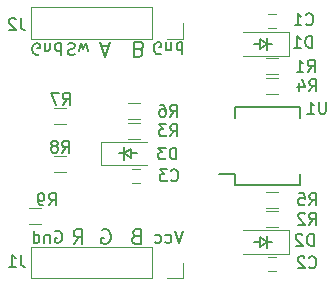
<source format=gbr>
G04 #@! TF.FileFunction,Legend,Bot*
%FSLAX46Y46*%
G04 Gerber Fmt 4.6, Leading zero omitted, Abs format (unit mm)*
G04 Created by KiCad (PCBNEW 4.0.6) date 11/25/17 14:25:30*
%MOMM*%
%LPD*%
G01*
G04 APERTURE LIST*
%ADD10C,0.100000*%
%ADD11C,0.152400*%
%ADD12C,0.150000*%
%ADD13C,0.120000*%
G04 APERTURE END LIST*
D10*
D11*
X118375457Y-95269900D02*
X118278695Y-95318281D01*
X118133552Y-95318281D01*
X117988410Y-95269900D01*
X117891648Y-95173138D01*
X117843267Y-95076376D01*
X117794886Y-94882852D01*
X117794886Y-94737710D01*
X117843267Y-94544186D01*
X117891648Y-94447424D01*
X117988410Y-94350662D01*
X118133552Y-94302281D01*
X118230314Y-94302281D01*
X118375457Y-94350662D01*
X118423838Y-94399043D01*
X118423838Y-94737710D01*
X118230314Y-94737710D01*
X118859267Y-94979614D02*
X118859267Y-94302281D01*
X118859267Y-94882852D02*
X118907648Y-94931233D01*
X119004410Y-94979614D01*
X119149552Y-94979614D01*
X119246314Y-94931233D01*
X119294695Y-94834471D01*
X119294695Y-94302281D01*
X120213933Y-94302281D02*
X120213933Y-95318281D01*
X120213933Y-94350662D02*
X120117171Y-94302281D01*
X119923648Y-94302281D01*
X119826886Y-94350662D01*
X119778505Y-94399043D01*
X119730124Y-94495805D01*
X119730124Y-94786090D01*
X119778505Y-94882852D01*
X119826886Y-94931233D01*
X119923648Y-94979614D01*
X120117171Y-94979614D01*
X120213933Y-94931233D01*
X116579314Y-94916114D02*
X116760743Y-94855638D01*
X116821219Y-94795162D01*
X116881695Y-94674210D01*
X116881695Y-94492781D01*
X116821219Y-94371829D01*
X116760743Y-94311352D01*
X116639790Y-94250876D01*
X116155981Y-94250876D01*
X116155981Y-95520876D01*
X116579314Y-95520876D01*
X116700267Y-95460400D01*
X116760743Y-95399924D01*
X116821219Y-95278971D01*
X116821219Y-95158019D01*
X116760743Y-95037067D01*
X116700267Y-94976590D01*
X116579314Y-94916114D01*
X116155981Y-94916114D01*
X113392220Y-94613733D02*
X113996982Y-94613733D01*
X113271267Y-94250876D02*
X113694601Y-95520876D01*
X114117934Y-94250876D01*
X110522624Y-94414162D02*
X110667767Y-94365781D01*
X110909671Y-94365781D01*
X111006433Y-94414162D01*
X111054814Y-94462543D01*
X111103195Y-94559305D01*
X111103195Y-94656067D01*
X111054814Y-94752829D01*
X111006433Y-94801210D01*
X110909671Y-94849590D01*
X110716148Y-94897971D01*
X110619386Y-94946352D01*
X110571005Y-94994733D01*
X110522624Y-95091495D01*
X110522624Y-95188257D01*
X110571005Y-95285019D01*
X110619386Y-95333400D01*
X110716148Y-95381781D01*
X110958052Y-95381781D01*
X111103195Y-95333400D01*
X111441862Y-95043114D02*
X111635386Y-94365781D01*
X111828909Y-94849590D01*
X112022433Y-94365781D01*
X112215957Y-95043114D01*
X108088457Y-95333400D02*
X107991695Y-95381781D01*
X107846552Y-95381781D01*
X107701410Y-95333400D01*
X107604648Y-95236638D01*
X107556267Y-95139876D01*
X107507886Y-94946352D01*
X107507886Y-94801210D01*
X107556267Y-94607686D01*
X107604648Y-94510924D01*
X107701410Y-94414162D01*
X107846552Y-94365781D01*
X107943314Y-94365781D01*
X108088457Y-94414162D01*
X108136838Y-94462543D01*
X108136838Y-94801210D01*
X107943314Y-94801210D01*
X108572267Y-95043114D02*
X108572267Y-94365781D01*
X108572267Y-94946352D02*
X108620648Y-94994733D01*
X108717410Y-95043114D01*
X108862552Y-95043114D01*
X108959314Y-94994733D01*
X109007695Y-94897971D01*
X109007695Y-94365781D01*
X109926933Y-94365781D02*
X109926933Y-95381781D01*
X109926933Y-94414162D02*
X109830171Y-94365781D01*
X109636648Y-94365781D01*
X109539886Y-94414162D01*
X109491505Y-94462543D01*
X109443124Y-94559305D01*
X109443124Y-94849590D01*
X109491505Y-94946352D01*
X109539886Y-94994733D01*
X109636648Y-95043114D01*
X109830171Y-95043114D01*
X109926933Y-94994733D01*
X120238123Y-110271019D02*
X119899456Y-111287019D01*
X119560790Y-110271019D01*
X118786695Y-111238638D02*
X118883457Y-111287019D01*
X119076980Y-111287019D01*
X119173742Y-111238638D01*
X119222123Y-111190257D01*
X119270504Y-111093495D01*
X119270504Y-110803210D01*
X119222123Y-110706448D01*
X119173742Y-110658067D01*
X119076980Y-110609686D01*
X118883457Y-110609686D01*
X118786695Y-110658067D01*
X117915838Y-111238638D02*
X118012600Y-111287019D01*
X118206123Y-111287019D01*
X118302885Y-111238638D01*
X118351266Y-111190257D01*
X118399647Y-111093495D01*
X118399647Y-110803210D01*
X118351266Y-110706448D01*
X118302885Y-110658067D01*
X118206123Y-110609686D01*
X118012600Y-110609686D01*
X117915838Y-110658067D01*
X116270886Y-110736686D02*
X116089457Y-110797162D01*
X116028981Y-110857638D01*
X115968505Y-110978590D01*
X115968505Y-111160019D01*
X116028981Y-111280971D01*
X116089457Y-111341448D01*
X116210410Y-111401924D01*
X116694219Y-111401924D01*
X116694219Y-110131924D01*
X116270886Y-110131924D01*
X116149933Y-110192400D01*
X116089457Y-110252876D01*
X116028981Y-110373829D01*
X116028981Y-110494781D01*
X116089457Y-110615733D01*
X116149933Y-110676210D01*
X116270886Y-110736686D01*
X116694219Y-110736686D01*
X113425481Y-110192400D02*
X113546433Y-110131924D01*
X113727862Y-110131924D01*
X113909290Y-110192400D01*
X114030243Y-110313352D01*
X114090719Y-110434305D01*
X114151195Y-110676210D01*
X114151195Y-110857638D01*
X114090719Y-111099543D01*
X114030243Y-111220495D01*
X113909290Y-111341448D01*
X113727862Y-111401924D01*
X113606910Y-111401924D01*
X113425481Y-111341448D01*
X113365005Y-111280971D01*
X113365005Y-110857638D01*
X113606910Y-110857638D01*
X111015505Y-111401924D02*
X111438838Y-110797162D01*
X111741219Y-111401924D02*
X111741219Y-110131924D01*
X111257410Y-110131924D01*
X111136457Y-110192400D01*
X111075981Y-110252876D01*
X111015505Y-110373829D01*
X111015505Y-110555257D01*
X111075981Y-110676210D01*
X111136457Y-110736686D01*
X111257410Y-110797162D01*
X111741219Y-110797162D01*
X109458243Y-110319400D02*
X109555005Y-110271019D01*
X109700148Y-110271019D01*
X109845290Y-110319400D01*
X109942052Y-110416162D01*
X109990433Y-110512924D01*
X110038814Y-110706448D01*
X110038814Y-110851590D01*
X109990433Y-111045114D01*
X109942052Y-111141876D01*
X109845290Y-111238638D01*
X109700148Y-111287019D01*
X109603386Y-111287019D01*
X109458243Y-111238638D01*
X109409862Y-111190257D01*
X109409862Y-110851590D01*
X109603386Y-110851590D01*
X108974433Y-110609686D02*
X108974433Y-111287019D01*
X108974433Y-110706448D02*
X108926052Y-110658067D01*
X108829290Y-110609686D01*
X108684148Y-110609686D01*
X108587386Y-110658067D01*
X108539005Y-110754829D01*
X108539005Y-111287019D01*
X107619767Y-111287019D02*
X107619767Y-110271019D01*
X107619767Y-111238638D02*
X107716529Y-111287019D01*
X107910052Y-111287019D01*
X108006814Y-111238638D01*
X108055195Y-111190257D01*
X108103576Y-111093495D01*
X108103576Y-110803210D01*
X108055195Y-110706448D01*
X108006814Y-110658067D01*
X107910052Y-110609686D01*
X107716529Y-110609686D01*
X107619767Y-110658067D01*
D12*
X115880000Y-103715400D02*
X116337200Y-103715400D01*
X115854600Y-103309000D02*
X115270400Y-103715400D01*
X115854600Y-104121800D02*
X115854600Y-103309000D01*
X115245000Y-103715400D02*
X115854600Y-104121800D01*
X114838600Y-103715400D02*
X115219600Y-103715400D01*
X115245000Y-104248800D02*
X115245000Y-103182000D01*
D13*
X113350600Y-104715400D02*
X113350600Y-102715400D01*
X113350600Y-102715400D02*
X117250600Y-102715400D01*
X113350600Y-104715400D02*
X117250600Y-104715400D01*
X107411600Y-93996400D02*
X107411600Y-91336400D01*
X117631600Y-93996400D02*
X107411600Y-93996400D01*
X117631600Y-91336400D02*
X107411600Y-91336400D01*
X117631600Y-93996400D02*
X117631600Y-91336400D01*
X118901600Y-93996400D02*
X120231600Y-93996400D01*
X120231600Y-93996400D02*
X120231600Y-92666400D01*
D12*
X124635600Y-106355400D02*
X124635600Y-105455400D01*
X130185600Y-106355400D02*
X130185600Y-105455400D01*
X130185600Y-99805400D02*
X130185600Y-100705400D01*
X124635600Y-99805400D02*
X124635600Y-100705400D01*
X124635600Y-106355400D02*
X130185600Y-106355400D01*
X124635600Y-99805400D02*
X130185600Y-99805400D01*
X124635600Y-105455400D02*
X123360600Y-105455400D01*
D13*
X128291600Y-95669400D02*
X127291600Y-95669400D01*
X127291600Y-97029400D02*
X128291600Y-97029400D01*
X128291600Y-97320400D02*
X127291600Y-97320400D01*
X127291600Y-98680400D02*
X128291600Y-98680400D01*
X128141600Y-91939400D02*
X127441600Y-91939400D01*
X127441600Y-93139400D02*
X128141600Y-93139400D01*
D12*
X126750200Y-94444400D02*
X126293000Y-94444400D01*
X126775600Y-94850800D02*
X127359800Y-94444400D01*
X126775600Y-94038000D02*
X126775600Y-94850800D01*
X127385200Y-94444400D02*
X126775600Y-94038000D01*
X127791600Y-94444400D02*
X127410600Y-94444400D01*
X127385200Y-93911000D02*
X127385200Y-94977800D01*
D13*
X129279600Y-93444400D02*
X129279600Y-95444400D01*
X129279600Y-95444400D02*
X125379600Y-95444400D01*
X129279600Y-93444400D02*
X125379600Y-93444400D01*
D12*
X126750200Y-111208400D02*
X126293000Y-111208400D01*
X126775600Y-111614800D02*
X127359800Y-111208400D01*
X126775600Y-110802000D02*
X126775600Y-111614800D01*
X127385200Y-111208400D02*
X126775600Y-110802000D01*
X127791600Y-111208400D02*
X127410600Y-111208400D01*
X127385200Y-110675000D02*
X127385200Y-111741800D01*
D13*
X129279600Y-110208400D02*
X129279600Y-112208400D01*
X129279600Y-112208400D02*
X125379600Y-112208400D01*
X129279600Y-110208400D02*
X125379600Y-110208400D01*
X128291600Y-108623400D02*
X127291600Y-108623400D01*
X127291600Y-109983400D02*
X128291600Y-109983400D01*
X128141600Y-112513400D02*
X127441600Y-112513400D01*
X127441600Y-113713400D02*
X128141600Y-113713400D01*
X115950600Y-106220400D02*
X116650600Y-106220400D01*
X116650600Y-105020400D02*
X115950600Y-105020400D01*
X128291600Y-106972400D02*
X127291600Y-106972400D01*
X127291600Y-108332400D02*
X128291600Y-108332400D01*
X116650600Y-101130400D02*
X115650600Y-101130400D01*
X115650600Y-102490400D02*
X116650600Y-102490400D01*
X116650600Y-99479400D02*
X115650600Y-99479400D01*
X115650600Y-100839400D02*
X116650600Y-100839400D01*
X109384600Y-101220400D02*
X110384600Y-101220400D01*
X110384600Y-99860400D02*
X109384600Y-99860400D01*
X109384600Y-105284400D02*
X110384600Y-105284400D01*
X110384600Y-103924400D02*
X109384600Y-103924400D01*
X107225600Y-109729400D02*
X108225600Y-109729400D01*
X108225600Y-108369400D02*
X107225600Y-108369400D01*
X107417570Y-114307492D02*
X107417570Y-111647492D01*
X117637570Y-114307492D02*
X107417570Y-114307492D01*
X117637570Y-111647492D02*
X107417570Y-111647492D01*
X117637570Y-114307492D02*
X117637570Y-111647492D01*
X118907570Y-114307492D02*
X120237570Y-114307492D01*
X120237570Y-114307492D02*
X120237570Y-112977492D01*
D12*
X119703195Y-104231281D02*
X119703195Y-103231281D01*
X119465100Y-103231281D01*
X119322242Y-103278900D01*
X119227004Y-103374138D01*
X119179385Y-103469376D01*
X119131766Y-103659852D01*
X119131766Y-103802710D01*
X119179385Y-103993186D01*
X119227004Y-104088424D01*
X119322242Y-104183662D01*
X119465100Y-104231281D01*
X119703195Y-104231281D01*
X118798433Y-103231281D02*
X118179385Y-103231281D01*
X118512719Y-103612233D01*
X118369861Y-103612233D01*
X118274623Y-103659852D01*
X118227004Y-103707471D01*
X118179385Y-103802710D01*
X118179385Y-104040805D01*
X118227004Y-104136043D01*
X118274623Y-104183662D01*
X118369861Y-104231281D01*
X118655576Y-104231281D01*
X118750814Y-104183662D01*
X118798433Y-104136043D01*
X106528963Y-92254689D02*
X106528963Y-92968975D01*
X106576583Y-93111832D01*
X106671821Y-93207070D01*
X106814678Y-93254689D01*
X106909916Y-93254689D01*
X106100392Y-92349927D02*
X106052773Y-92302308D01*
X105957535Y-92254689D01*
X105719439Y-92254689D01*
X105624201Y-92302308D01*
X105576582Y-92349927D01*
X105528963Y-92445165D01*
X105528963Y-92540403D01*
X105576582Y-92683260D01*
X106148011Y-93254689D01*
X105528963Y-93254689D01*
X132363505Y-99357781D02*
X132363505Y-100167305D01*
X132315886Y-100262543D01*
X132268267Y-100310162D01*
X132173029Y-100357781D01*
X131982552Y-100357781D01*
X131887314Y-100310162D01*
X131839695Y-100262543D01*
X131792076Y-100167305D01*
X131792076Y-99357781D01*
X130792076Y-100357781D02*
X131363505Y-100357781D01*
X131077791Y-100357781D02*
X131077791Y-99357781D01*
X131173029Y-99500638D01*
X131268267Y-99595876D01*
X131363505Y-99643495D01*
X130836266Y-96801781D02*
X131169600Y-96325590D01*
X131407695Y-96801781D02*
X131407695Y-95801781D01*
X131026742Y-95801781D01*
X130931504Y-95849400D01*
X130883885Y-95897019D01*
X130836266Y-95992257D01*
X130836266Y-96135114D01*
X130883885Y-96230352D01*
X130931504Y-96277971D01*
X131026742Y-96325590D01*
X131407695Y-96325590D01*
X129883885Y-96801781D02*
X130455314Y-96801781D01*
X130169600Y-96801781D02*
X130169600Y-95801781D01*
X130264838Y-95944638D01*
X130360076Y-96039876D01*
X130455314Y-96087495D01*
X130963266Y-98452781D02*
X131296600Y-97976590D01*
X131534695Y-98452781D02*
X131534695Y-97452781D01*
X131153742Y-97452781D01*
X131058504Y-97500400D01*
X131010885Y-97548019D01*
X130963266Y-97643257D01*
X130963266Y-97786114D01*
X131010885Y-97881352D01*
X131058504Y-97928971D01*
X131153742Y-97976590D01*
X131534695Y-97976590D01*
X130106123Y-97786114D02*
X130106123Y-98452781D01*
X130344219Y-97405162D02*
X130582314Y-98119448D01*
X129963266Y-98119448D01*
X130686266Y-92769543D02*
X130733885Y-92817162D01*
X130876742Y-92864781D01*
X130971980Y-92864781D01*
X131114838Y-92817162D01*
X131210076Y-92721924D01*
X131257695Y-92626686D01*
X131305314Y-92436210D01*
X131305314Y-92293352D01*
X131257695Y-92102876D01*
X131210076Y-92007638D01*
X131114838Y-91912400D01*
X130971980Y-91864781D01*
X130876742Y-91864781D01*
X130733885Y-91912400D01*
X130686266Y-91960019D01*
X129733885Y-92864781D02*
X130305314Y-92864781D01*
X130019600Y-92864781D02*
X130019600Y-91864781D01*
X130114838Y-92007638D01*
X130210076Y-92102876D01*
X130305314Y-92150495D01*
X131195695Y-94769781D02*
X131195695Y-93769781D01*
X130957600Y-93769781D01*
X130814742Y-93817400D01*
X130719504Y-93912638D01*
X130671885Y-94007876D01*
X130624266Y-94198352D01*
X130624266Y-94341210D01*
X130671885Y-94531686D01*
X130719504Y-94626924D01*
X130814742Y-94722162D01*
X130957600Y-94769781D01*
X131195695Y-94769781D01*
X129671885Y-94769781D02*
X130243314Y-94769781D01*
X129957600Y-94769781D02*
X129957600Y-93769781D01*
X130052838Y-93912638D01*
X130148076Y-94007876D01*
X130243314Y-94055495D01*
X131322695Y-111533781D02*
X131322695Y-110533781D01*
X131084600Y-110533781D01*
X130941742Y-110581400D01*
X130846504Y-110676638D01*
X130798885Y-110771876D01*
X130751266Y-110962352D01*
X130751266Y-111105210D01*
X130798885Y-111295686D01*
X130846504Y-111390924D01*
X130941742Y-111486162D01*
X131084600Y-111533781D01*
X131322695Y-111533781D01*
X130370314Y-110629019D02*
X130322695Y-110581400D01*
X130227457Y-110533781D01*
X129989361Y-110533781D01*
X129894123Y-110581400D01*
X129846504Y-110629019D01*
X129798885Y-110724257D01*
X129798885Y-110819495D01*
X129846504Y-110962352D01*
X130417933Y-111533781D01*
X129798885Y-111533781D01*
X130963266Y-109755781D02*
X131296600Y-109279590D01*
X131534695Y-109755781D02*
X131534695Y-108755781D01*
X131153742Y-108755781D01*
X131058504Y-108803400D01*
X131010885Y-108851019D01*
X130963266Y-108946257D01*
X130963266Y-109089114D01*
X131010885Y-109184352D01*
X131058504Y-109231971D01*
X131153742Y-109279590D01*
X131534695Y-109279590D01*
X130582314Y-108851019D02*
X130534695Y-108803400D01*
X130439457Y-108755781D01*
X130201361Y-108755781D01*
X130106123Y-108803400D01*
X130058504Y-108851019D01*
X130010885Y-108946257D01*
X130010885Y-109041495D01*
X130058504Y-109184352D01*
X130629933Y-109755781D01*
X130010885Y-109755781D01*
X130940266Y-113343543D02*
X130987885Y-113391162D01*
X131130742Y-113438781D01*
X131225980Y-113438781D01*
X131368838Y-113391162D01*
X131464076Y-113295924D01*
X131511695Y-113200686D01*
X131559314Y-113010210D01*
X131559314Y-112867352D01*
X131511695Y-112676876D01*
X131464076Y-112581638D01*
X131368838Y-112486400D01*
X131225980Y-112438781D01*
X131130742Y-112438781D01*
X130987885Y-112486400D01*
X130940266Y-112534019D01*
X130559314Y-112534019D02*
X130511695Y-112486400D01*
X130416457Y-112438781D01*
X130178361Y-112438781D01*
X130083123Y-112486400D01*
X130035504Y-112534019D01*
X129987885Y-112629257D01*
X129987885Y-112724495D01*
X130035504Y-112867352D01*
X130606933Y-113438781D01*
X129987885Y-113438781D01*
X119258766Y-105977543D02*
X119306385Y-106025162D01*
X119449242Y-106072781D01*
X119544480Y-106072781D01*
X119687338Y-106025162D01*
X119782576Y-105929924D01*
X119830195Y-105834686D01*
X119877814Y-105644210D01*
X119877814Y-105501352D01*
X119830195Y-105310876D01*
X119782576Y-105215638D01*
X119687338Y-105120400D01*
X119544480Y-105072781D01*
X119449242Y-105072781D01*
X119306385Y-105120400D01*
X119258766Y-105168019D01*
X118925433Y-105072781D02*
X118306385Y-105072781D01*
X118639719Y-105453733D01*
X118496861Y-105453733D01*
X118401623Y-105501352D01*
X118354004Y-105548971D01*
X118306385Y-105644210D01*
X118306385Y-105882305D01*
X118354004Y-105977543D01*
X118401623Y-106025162D01*
X118496861Y-106072781D01*
X118782576Y-106072781D01*
X118877814Y-106025162D01*
X118925433Y-105977543D01*
X130963266Y-108104781D02*
X131296600Y-107628590D01*
X131534695Y-108104781D02*
X131534695Y-107104781D01*
X131153742Y-107104781D01*
X131058504Y-107152400D01*
X131010885Y-107200019D01*
X130963266Y-107295257D01*
X130963266Y-107438114D01*
X131010885Y-107533352D01*
X131058504Y-107580971D01*
X131153742Y-107628590D01*
X131534695Y-107628590D01*
X130058504Y-107104781D02*
X130534695Y-107104781D01*
X130582314Y-107580971D01*
X130534695Y-107533352D01*
X130439457Y-107485733D01*
X130201361Y-107485733D01*
X130106123Y-107533352D01*
X130058504Y-107580971D01*
X130010885Y-107676210D01*
X130010885Y-107914305D01*
X130058504Y-108009543D01*
X130106123Y-108057162D01*
X130201361Y-108104781D01*
X130439457Y-108104781D01*
X130534695Y-108057162D01*
X130582314Y-108009543D01*
X119195266Y-102262781D02*
X119528600Y-101786590D01*
X119766695Y-102262781D02*
X119766695Y-101262781D01*
X119385742Y-101262781D01*
X119290504Y-101310400D01*
X119242885Y-101358019D01*
X119195266Y-101453257D01*
X119195266Y-101596114D01*
X119242885Y-101691352D01*
X119290504Y-101738971D01*
X119385742Y-101786590D01*
X119766695Y-101786590D01*
X118861933Y-101262781D02*
X118242885Y-101262781D01*
X118576219Y-101643733D01*
X118433361Y-101643733D01*
X118338123Y-101691352D01*
X118290504Y-101738971D01*
X118242885Y-101834210D01*
X118242885Y-102072305D01*
X118290504Y-102167543D01*
X118338123Y-102215162D01*
X118433361Y-102262781D01*
X118719076Y-102262781D01*
X118814314Y-102215162D01*
X118861933Y-102167543D01*
X119195266Y-100611781D02*
X119528600Y-100135590D01*
X119766695Y-100611781D02*
X119766695Y-99611781D01*
X119385742Y-99611781D01*
X119290504Y-99659400D01*
X119242885Y-99707019D01*
X119195266Y-99802257D01*
X119195266Y-99945114D01*
X119242885Y-100040352D01*
X119290504Y-100087971D01*
X119385742Y-100135590D01*
X119766695Y-100135590D01*
X118338123Y-99611781D02*
X118528600Y-99611781D01*
X118623838Y-99659400D01*
X118671457Y-99707019D01*
X118766695Y-99849876D01*
X118814314Y-100040352D01*
X118814314Y-100421305D01*
X118766695Y-100516543D01*
X118719076Y-100564162D01*
X118623838Y-100611781D01*
X118433361Y-100611781D01*
X118338123Y-100564162D01*
X118290504Y-100516543D01*
X118242885Y-100421305D01*
X118242885Y-100183210D01*
X118290504Y-100087971D01*
X118338123Y-100040352D01*
X118433361Y-99992733D01*
X118623838Y-99992733D01*
X118719076Y-100040352D01*
X118766695Y-100087971D01*
X118814314Y-100183210D01*
X110094266Y-99595781D02*
X110427600Y-99119590D01*
X110665695Y-99595781D02*
X110665695Y-98595781D01*
X110284742Y-98595781D01*
X110189504Y-98643400D01*
X110141885Y-98691019D01*
X110094266Y-98786257D01*
X110094266Y-98929114D01*
X110141885Y-99024352D01*
X110189504Y-99071971D01*
X110284742Y-99119590D01*
X110665695Y-99119590D01*
X109760933Y-98595781D02*
X109094266Y-98595781D01*
X109522838Y-99595781D01*
X110051266Y-103659781D02*
X110384600Y-103183590D01*
X110622695Y-103659781D02*
X110622695Y-102659781D01*
X110241742Y-102659781D01*
X110146504Y-102707400D01*
X110098885Y-102755019D01*
X110051266Y-102850257D01*
X110051266Y-102993114D01*
X110098885Y-103088352D01*
X110146504Y-103135971D01*
X110241742Y-103183590D01*
X110622695Y-103183590D01*
X109479838Y-103088352D02*
X109575076Y-103040733D01*
X109622695Y-102993114D01*
X109670314Y-102897876D01*
X109670314Y-102850257D01*
X109622695Y-102755019D01*
X109575076Y-102707400D01*
X109479838Y-102659781D01*
X109289361Y-102659781D01*
X109194123Y-102707400D01*
X109146504Y-102755019D01*
X109098885Y-102850257D01*
X109098885Y-102897876D01*
X109146504Y-102993114D01*
X109194123Y-103040733D01*
X109289361Y-103088352D01*
X109479838Y-103088352D01*
X109575076Y-103135971D01*
X109622695Y-103183590D01*
X109670314Y-103278829D01*
X109670314Y-103469305D01*
X109622695Y-103564543D01*
X109575076Y-103612162D01*
X109479838Y-103659781D01*
X109289361Y-103659781D01*
X109194123Y-103612162D01*
X109146504Y-103564543D01*
X109098885Y-103469305D01*
X109098885Y-103278829D01*
X109146504Y-103183590D01*
X109194123Y-103135971D01*
X109289361Y-103088352D01*
X108908266Y-108104781D02*
X109241600Y-107628590D01*
X109479695Y-108104781D02*
X109479695Y-107104781D01*
X109098742Y-107104781D01*
X109003504Y-107152400D01*
X108955885Y-107200019D01*
X108908266Y-107295257D01*
X108908266Y-107438114D01*
X108955885Y-107533352D01*
X109003504Y-107580971D01*
X109098742Y-107628590D01*
X109479695Y-107628590D01*
X108432076Y-108104781D02*
X108241600Y-108104781D01*
X108146361Y-108057162D01*
X108098742Y-108009543D01*
X108003504Y-107866686D01*
X107955885Y-107676210D01*
X107955885Y-107295257D01*
X108003504Y-107200019D01*
X108051123Y-107152400D01*
X108146361Y-107104781D01*
X108336838Y-107104781D01*
X108432076Y-107152400D01*
X108479695Y-107200019D01*
X108527314Y-107295257D01*
X108527314Y-107533352D01*
X108479695Y-107628590D01*
X108432076Y-107676210D01*
X108336838Y-107723829D01*
X108146361Y-107723829D01*
X108051123Y-107676210D01*
X108003504Y-107628590D01*
X107955885Y-107533352D01*
X106540903Y-112302873D02*
X106540903Y-113017159D01*
X106588523Y-113160016D01*
X106683761Y-113255254D01*
X106826618Y-113302873D01*
X106921856Y-113302873D01*
X105540903Y-113302873D02*
X106112332Y-113302873D01*
X105826618Y-113302873D02*
X105826618Y-112302873D01*
X105921856Y-112445730D01*
X106017094Y-112540968D01*
X106112332Y-112588587D01*
M02*

</source>
